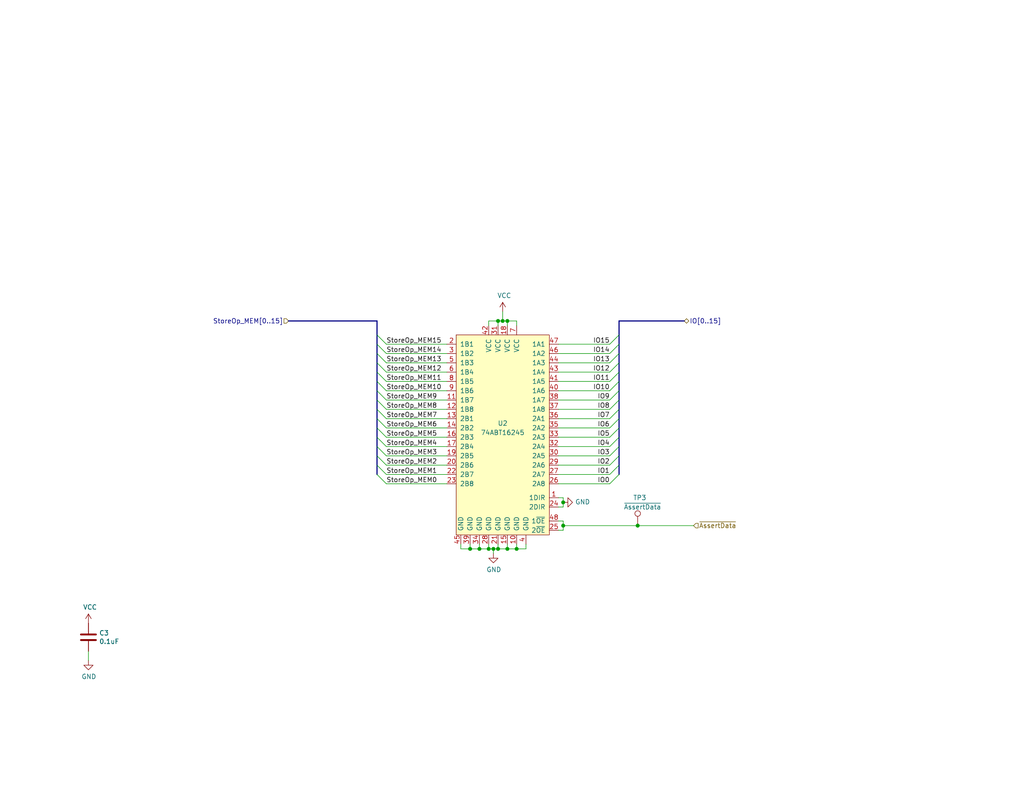
<source format=kicad_sch>
(kicad_sch (version 20250114) (generator "eeschema") (generator_version "9.0")
  (paper "USLetter")
  (title_block (title "MEM: Buffer StoreOp") (date "2023-11-25") (rev "A") (comment 3 "This allows peripheral devices to assert their own value to the bus during a Load.") (comment 4 "The store operand can be disconnected from the system memory bus via tristate outputs."))
  (lib_symbols
    (symbol "Connector:TestPoint" (pin_numbers (hide yes)) (pin_names (offset 0.762) (hide yes))
      (property "Reference" "TP" (at 0 6.858 0))
      (property "Value" "TestPoint" (at 0 5.08 0))
      (symbol "TestPoint_0_1"
        (circle (center 0 3.302) (radius 0.762))
      )
      (symbol "TestPoint_1_1"
        (pin passive line (at 0 0 90) (length 2.54) (name "1") (number "1"))
      )
    )
    (symbol "Device:C" (pin_numbers (hide yes)) (pin_names (offset 0.254))
      (property "Reference" "C" (at 0.635 2.54 0))
      (property "Value" "C" (at 0.635 -2.54 0))
      (symbol "C_0_1"
        (polyline (pts (xy -2.032 0.762) (xy 2.032 0.762)) (stroke (width 0.508)))
        (polyline (pts (xy -2.032 -0.762) (xy 2.032 -0.762)) (stroke (width 0.508)))
      )
      (symbol "C_1_1"
        (pin passive line (at 0 3.81 270) (length 2.794) (name "~") (number "1"))
        (pin passive line (at 0 -3.81 90) (length 2.794) (name "~") (number "2"))
      )
    )
    (symbol "Turtle16:74ABT16245" (pin_names (offset 1.016))
      (property "Reference" "U" (at 0 1.27 0))
      (property "Value" "74ABT16245" (at 0 -1.27 0))
      (symbol "74ABT16245_0_1"
        (rectangle (start -12.7 26.67) (end 12.7 -27.94) (fill (type background)))
      )
      (symbol "74ABT16245_1_1"
        (pin tri_state line (at -15.24 24.13 0) (length 2.54) (name "1A1") (number "47"))
        (pin tri_state line (at -15.24 21.59 0) (length 2.54) (name "1A2") (number "46"))
        (pin tri_state line (at -15.24 19.05 0) (length 2.54) (name "1A3") (number "44"))
        (pin tri_state line (at -15.24 16.51 0) (length 2.54) (name "1A4") (number "43"))
        (pin tri_state line (at -15.24 13.97 0) (length 2.54) (name "1A5") (number "41"))
        (pin tri_state line (at -15.24 11.43 0) (length 2.54) (name "1A6") (number "40"))
        (pin tri_state line (at -15.24 8.89 0) (length 2.54) (name "1A7") (number "38"))
        (pin tri_state line (at -15.24 6.35 0) (length 2.54) (name "1A8") (number "37"))
        (pin tri_state line (at -15.24 3.81 0) (length 2.54) (name "2A1") (number "36"))
        (pin tri_state line (at -15.24 1.27 0) (length 2.54) (name "2A2") (number "35"))
        (pin tri_state line (at -15.24 -1.27 0) (length 2.54) (name "2A3") (number "33"))
        (pin tri_state line (at -15.24 -3.81 0) (length 2.54) (name "2A4") (number "32"))
        (pin tri_state line (at -15.24 -6.35 0) (length 2.54) (name "2A5") (number "30"))
        (pin tri_state line (at -15.24 -8.89 0) (length 2.54) (name "2A6") (number "29"))
        (pin tri_state line (at -15.24 -11.43 0) (length 2.54) (name "2A7") (number "27"))
        (pin tri_state line (at -15.24 -13.97 0) (length 2.54) (name "2A8") (number "26"))
        (pin input line (at -15.24 -17.78 0) (length 2.54) (name "1DIR") (number "1"))
        (pin input line (at -15.24 -20.32 0) (length 2.54) (name "2DIR") (number "24"))
        (pin input line (at -15.24 -24.13 0) (length 2.54) (name "1~{OE}") (number "48"))
        (pin input line (at -15.24 -26.67 0) (length 2.54) (name "2~{OE}") (number "25"))
        (pin power_in line (at -6.35 -30.48 90) (length 2.54) (name "GND") (number "4"))
        (pin power_in line (at -3.81 29.21 270) (length 2.54) (name "VCC") (number "7"))
        (pin power_in line (at -3.81 -30.48 90) (length 2.54) (name "GND") (number "10"))
        (pin power_in line (at -1.27 29.21 270) (length 2.54) (name "VCC") (number "18"))
        (pin power_in line (at -1.27 -30.48 90) (length 2.54) (name "GND") (number "15"))
        (pin power_in line (at 1.27 29.21 270) (length 2.54) (name "VCC") (number "31"))
        (pin power_in line (at 1.27 -30.48 90) (length 2.54) (name "GND") (number "21"))
        (pin power_in line (at 3.81 29.21 270) (length 2.54) (name "VCC") (number "42"))
        (pin power_in line (at 3.81 -30.48 90) (length 2.54) (name "GND") (number "28"))
        (pin power_in line (at 6.35 -30.48 90) (length 2.54) (name "GND") (number "34"))
        (pin power_in line (at 8.89 -30.48 90) (length 2.54) (name "GND") (number "39"))
        (pin power_in line (at 11.43 -30.48 90) (length 2.54) (name "GND") (number "45"))
        (pin tri_state line (at 15.24 24.13 180) (length 2.54) (name "1B1") (number "2"))
        (pin tri_state line (at 15.24 21.59 180) (length 2.54) (name "1B2") (number "3"))
        (pin tri_state line (at 15.24 19.05 180) (length 2.54) (name "1B3") (number "5"))
        (pin tri_state line (at 15.24 16.51 180) (length 2.54) (name "1B4") (number "6"))
        (pin tri_state line (at 15.24 13.97 180) (length 2.54) (name "1B5") (number "8"))
        (pin tri_state line (at 15.24 11.43 180) (length 2.54) (name "1B6") (number "9"))
        (pin tri_state line (at 15.24 8.89 180) (length 2.54) (name "1B7") (number "11"))
        (pin tri_state line (at 15.24 6.35 180) (length 2.54) (name "1B8") (number "12"))
        (pin tri_state line (at 15.24 3.81 180) (length 2.54) (name "2B1") (number "13"))
        (pin tri_state line (at 15.24 1.27 180) (length 2.54) (name "2B2") (number "14"))
        (pin tri_state line (at 15.24 -1.27 180) (length 2.54) (name "2B3") (number "16"))
        (pin tri_state line (at 15.24 -3.81 180) (length 2.54) (name "2B4") (number "17"))
        (pin tri_state line (at 15.24 -6.35 180) (length 2.54) (name "2B5") (number "19"))
        (pin tri_state line (at 15.24 -8.89 180) (length 2.54) (name "2B6") (number "20"))
        (pin tri_state line (at 15.24 -11.43 180) (length 2.54) (name "2B7") (number "22"))
        (pin tri_state line (at 15.24 -13.97 180) (length 2.54) (name "2B8") (number "23"))
      )
    )
    (symbol "power:GND" (power) (pin_names (offset 0))
      (property "Value" "GND" (at 0 -3.81 0))
      (symbol "GND_0_1"
        (polyline (pts (xy 0 0) (xy 0 -1.27) (xy 1.27 -1.27) (xy 0 -2.54) (xy -1.27 -1.27) (xy 0 -1.27)))
      )
      (symbol "GND_1_1"
        (pin power_in line (at 0 0 270) (length 0) (hide yes) (name "GND") (number "1"))
      )
    )
    (symbol "power:VCC" (power) (pin_names (offset 0))
      (property "Value" "VCC" (at 0 3.81 0))
      (symbol "VCC_0_1"
        (polyline (pts (xy -0.762 1.27) (xy 0 2.54)))
        (polyline (pts (xy 0 2.54) (xy 0.762 1.27)))
        (polyline (pts (xy 0 0) (xy 0 2.54)))
      )
      (symbol "VCC_1_1"
        (pin power_in line (at 0 0 90) (length 0) (hide yes) (name "VCC") (number "1"))
      )
    )
  )
  (junction (at 153.67 143.51))
  (junction (at 135.89 87.63))
  (junction (at 173.99 143.51))
  (junction (at 133.35 149.86))
  (junction (at 134.62 149.86))
  (junction (at 153.67 137.16))
  (junction (at 138.43 149.86))
  (junction (at 138.43 87.63))
  (junction (at 140.97 149.86))
  (junction (at 130.81 149.86))
  (junction (at 135.89 149.86))
  (junction (at 137.16 87.63))
  (junction (at 128.27 149.86))
  (bus_entry (at 105.41 111.76) (size -2.54 -2.54))
  (bus_entry (at 105.41 99.06) (size -2.54 -2.54))
  (bus_entry (at 166.37 111.76) (size 2.54 -2.54))
  (bus_entry (at 105.41 106.68) (size -2.54 -2.54))
  (bus_entry (at 166.37 116.84) (size 2.54 -2.54))
  (bus_entry (at 166.37 96.52) (size 2.54 -2.54))
  (bus_entry (at 105.41 114.3) (size -2.54 -2.54))
  (bus_entry (at 105.41 119.38) (size -2.54 -2.54))
  (bus_entry (at 166.37 121.92) (size 2.54 -2.54))
  (bus_entry (at 105.41 116.84) (size -2.54 -2.54))
  (bus_entry (at 166.37 106.68) (size 2.54 -2.54))
  (bus_entry (at 166.37 104.14) (size 2.54 -2.54))
  (bus_entry (at 105.41 121.92) (size -2.54 -2.54))
  (bus_entry (at 166.37 101.6) (size 2.54 -2.54))
  (bus_entry (at 166.37 132.08) (size 2.54 -2.54))
  (bus_entry (at 166.37 93.98) (size 2.54 -2.54))
  (bus_entry (at 166.37 114.3) (size 2.54 -2.54))
  (bus_entry (at 166.37 124.46) (size 2.54 -2.54))
  (bus_entry (at 105.41 101.6) (size -2.54 -2.54))
  (bus_entry (at 105.41 129.54) (size -2.54 -2.54))
  (bus_entry (at 166.37 119.38) (size 2.54 -2.54))
  (bus_entry (at 166.37 127) (size 2.54 -2.54))
  (bus_entry (at 105.41 124.46) (size -2.54 -2.54))
  (bus_entry (at 105.41 127) (size -2.54 -2.54))
  (bus_entry (at 105.41 93.98) (size -2.54 -2.54))
  (bus_entry (at 105.41 104.14) (size -2.54 -2.54))
  (bus_entry (at 105.41 132.08) (size -2.54 -2.54))
  (bus_entry (at 166.37 99.06) (size 2.54 -2.54))
  (bus_entry (at 105.41 96.52) (size -2.54 -2.54))
  (bus_entry (at 105.41 109.22) (size -2.54 -2.54))
  (bus_entry (at 166.37 129.54) (size 2.54 -2.54))
  (bus_entry (at 166.37 109.22) (size 2.54 -2.54))
  (wire (pts (xy 105.41 111.76) (xy 121.92 111.76)))
  (wire (pts (xy 135.89 148.59) (xy 135.89 149.86)))
  (wire (pts (xy 135.89 87.63) (xy 137.16 87.63)))
  (bus (pts (xy 168.91 109.22) (xy 168.91 111.76)))
  (wire (pts (xy 125.73 148.59) (xy 125.73 149.86)))
  (wire (pts (xy 166.37 101.6) (xy 152.4 101.6)))
  (wire (pts (xy 153.67 143.51) (xy 153.67 144.78)))
  (wire (pts (xy 166.37 109.22) (xy 152.4 109.22)))
  (wire (pts (xy 166.37 119.38) (xy 152.4 119.38)))
  (wire (pts (xy 153.67 142.24) (xy 153.67 143.51)))
  (wire (pts (xy 137.16 87.63) (xy 137.16 85.09)))
  (wire (pts (xy 152.4 135.89) (xy 153.67 135.89)))
  (wire (pts (xy 143.51 149.86) (xy 143.51 148.59)))
  (bus (pts (xy 168.91 127) (xy 168.91 129.54)))
  (wire (pts (xy 105.41 124.46) (xy 121.92 124.46)))
  (wire (pts (xy 105.41 101.6) (xy 121.92 101.6)))
  (wire (pts (xy 105.41 106.68) (xy 121.92 106.68)))
  (wire (pts (xy 138.43 149.86) (xy 140.97 149.86)))
  (wire (pts (xy 135.89 88.9) (xy 135.89 87.63)))
  (wire (pts (xy 105.41 132.08) (xy 121.92 132.08)))
  (wire (pts (xy 134.62 149.86) (xy 134.62 151.13)))
  (wire (pts (xy 153.67 143.51) (xy 173.99 143.51)))
  (wire (pts (xy 105.41 129.54) (xy 121.92 129.54)))
  (bus (pts (xy 102.87 87.63) (xy 78.74 87.63)))
  (bus (pts (xy 168.91 101.6) (xy 168.91 104.14)))
  (wire (pts (xy 140.97 148.59) (xy 140.97 149.86)))
  (wire (pts (xy 166.37 127) (xy 152.4 127)))
  (wire (pts (xy 166.37 116.84) (xy 152.4 116.84)))
  (bus (pts (xy 168.91 124.46) (xy 168.91 127)))
  (wire (pts (xy 134.62 149.86) (xy 135.89 149.86)))
  (bus (pts (xy 102.87 96.52) (xy 102.87 99.06)))
  (wire (pts (xy 166.37 114.3) (xy 152.4 114.3)))
  (wire (pts (xy 128.27 149.86) (xy 130.81 149.86)))
  (bus (pts (xy 102.87 124.46) (xy 102.87 127)))
  (wire (pts (xy 130.81 148.59) (xy 130.81 149.86)))
  (wire (pts (xy 153.67 144.78) (xy 152.4 144.78)))
  (bus (pts (xy 102.87 114.3) (xy 102.87 116.84)))
  (bus (pts (xy 102.87 119.38) (xy 102.87 121.92)))
  (bus (pts (xy 102.87 104.14) (xy 102.87 106.68)))
  (bus (pts (xy 168.91 104.14) (xy 168.91 106.68)))
  (bus (pts (xy 102.87 91.44) (xy 102.87 93.98)))
  (wire (pts (xy 153.67 138.43) (xy 152.4 138.43)))
  (bus (pts (xy 168.91 116.84) (xy 168.91 119.38)))
  (bus (pts (xy 102.87 99.06) (xy 102.87 101.6)))
  (bus (pts (xy 102.87 116.84) (xy 102.87 119.38)))
  (bus (pts (xy 168.91 106.68) (xy 168.91 109.22)))
  (wire (pts (xy 105.41 119.38) (xy 121.92 119.38)))
  (bus (pts (xy 168.91 87.63) (xy 168.91 91.44)))
  (wire (pts (xy 105.41 116.84) (xy 121.92 116.84)))
  (wire (pts (xy 166.37 99.06) (xy 152.4 99.06)))
  (wire (pts (xy 105.41 104.14) (xy 121.92 104.14)))
  (wire (pts (xy 153.67 137.16) (xy 153.67 138.43)))
  (bus (pts (xy 168.91 96.52) (xy 168.91 99.06)))
  (wire (pts (xy 105.41 93.98) (xy 121.92 93.98)))
  (wire (pts (xy 166.37 93.98) (xy 152.4 93.98)))
  (wire (pts (xy 133.35 87.63) (xy 135.89 87.63)))
  (bus (pts (xy 102.87 109.22) (xy 102.87 111.76)))
  (wire (pts (xy 105.41 96.52) (xy 121.92 96.52)))
  (bus (pts (xy 102.87 111.76) (xy 102.87 114.3)))
  (wire (pts (xy 138.43 87.63) (xy 140.97 87.63)))
  (bus (pts (xy 102.87 121.92) (xy 102.87 124.46)))
  (bus (pts (xy 168.91 93.98) (xy 168.91 96.52)))
  (bus (pts (xy 168.91 121.92) (xy 168.91 124.46)))
  (bus (pts (xy 102.87 101.6) (xy 102.87 104.14)))
  (wire (pts (xy 105.41 99.06) (xy 121.92 99.06)))
  (wire (pts (xy 133.35 149.86) (xy 134.62 149.86)))
  (wire (pts (xy 105.41 127) (xy 121.92 127)))
  (wire (pts (xy 133.35 148.59) (xy 133.35 149.86)))
  (wire (pts (xy 166.37 104.14) (xy 152.4 104.14)))
  (bus (pts (xy 168.91 87.63) (xy 186.69 87.63)))
  (wire (pts (xy 166.37 96.52) (xy 152.4 96.52)))
  (wire (pts (xy 138.43 87.63) (xy 138.43 88.9)))
  (wire (pts (xy 166.37 132.08) (xy 152.4 132.08)))
  (bus (pts (xy 102.87 87.63) (xy 102.87 91.44)))
  (bus (pts (xy 102.87 106.68) (xy 102.87 109.22)))
  (bus (pts (xy 168.91 91.44) (xy 168.91 93.98)))
  (wire (pts (xy 166.37 106.68) (xy 152.4 106.68)))
  (wire (pts (xy 133.35 88.9) (xy 133.35 87.63)))
  (wire (pts (xy 125.73 149.86) (xy 128.27 149.86)))
  (wire (pts (xy 140.97 149.86) (xy 143.51 149.86)))
  (bus (pts (xy 168.91 119.38) (xy 168.91 121.92)))
  (wire (pts (xy 166.37 121.92) (xy 152.4 121.92)))
  (wire (pts (xy 128.27 148.59) (xy 128.27 149.86)))
  (wire (pts (xy 138.43 148.59) (xy 138.43 149.86)))
  (wire (pts (xy 137.16 87.63) (xy 138.43 87.63)))
  (bus (pts (xy 102.87 127) (xy 102.87 129.54)))
  (wire (pts (xy 24.13 180.34) (xy 24.13 177.8)))
  (wire (pts (xy 105.41 114.3) (xy 121.92 114.3)))
  (bus (pts (xy 102.87 93.98) (xy 102.87 96.52)))
  (bus (pts (xy 168.91 114.3) (xy 168.91 116.84)))
  (wire (pts (xy 166.37 124.46) (xy 152.4 124.46)))
  (wire (pts (xy 153.67 135.89) (xy 153.67 137.16)))
  (wire (pts (xy 173.99 143.51) (xy 189.23 143.51)))
  (wire (pts (xy 166.37 129.54) (xy 152.4 129.54)))
  (wire (pts (xy 130.81 149.86) (xy 133.35 149.86)))
  (wire (pts (xy 140.97 87.63) (xy 140.97 88.9)))
  (bus (pts (xy 168.91 111.76) (xy 168.91 114.3)))
  (wire (pts (xy 152.4 142.24) (xy 153.67 142.24)))
  (bus (pts (xy 168.91 99.06) (xy 168.91 101.6)))
  (wire (pts (xy 105.41 121.92) (xy 121.92 121.92)))
  (wire (pts (xy 166.37 111.76) (xy 152.4 111.76)))
  (wire (pts (xy 105.41 109.22) (xy 121.92 109.22)))
  (wire (pts (xy 135.89 149.86) (xy 138.43 149.86)))
  (label "StoreOp_MEM9" (at 105.41 109.22 0))
  (label "IO0" (at 166.37 132.08 180))
  (label "StoreOp_MEM7" (at 105.41 114.3 0))
  (label "StoreOp_MEM11" (at 105.41 104.14 0))
  (label "StoreOp_MEM1" (at 105.41 129.54 0))
  (label "StoreOp_MEM10" (at 105.41 106.68 0))
  (label "IO15" (at 166.37 93.98 180))
  (label "IO13" (at 166.37 99.06 180))
  (label "IO8" (at 166.37 111.76 180))
  (label "IO12" (at 166.37 101.6 180))
  (label "StoreOp_MEM12" (at 105.41 101.6 0))
  (label "IO4" (at 166.37 121.92 180))
  (label "StoreOp_MEM15" (at 105.41 93.98 0))
  (label "StoreOp_MEM4" (at 105.41 121.92 0))
  (label "IO6" (at 166.37 116.84 180))
  (label "StoreOp_MEM8" (at 105.41 111.76 0))
  (label "IO2" (at 166.37 127 180))
  (label "StoreOp_MEM13" (at 105.41 99.06 0))
  (label "StoreOp_MEM3" (at 105.41 124.46 0))
  (label "IO1" (at 166.37 129.54 180))
  (label "StoreOp_MEM2" (at 105.41 127 0))
  (label "StoreOp_MEM0" (at 105.41 132.08 0))
  (label "IO5" (at 166.37 119.38 180))
  (label "IO7" (at 166.37 114.3 180))
  (label "IO14" (at 166.37 96.52 180))
  (label "StoreOp_MEM14" (at 105.41 96.52 0))
  (label "IO10" (at 166.37 106.68 180))
  (label "StoreOp_MEM5" (at 105.41 119.38 0))
  (label "IO11" (at 166.37 104.14 180))
  (label "IO9" (at 166.37 109.22 180))
  (label "IO3" (at 166.37 124.46 180))
  (label "StoreOp_MEM6" (at 105.41 116.84 0))
  (hierarchical_label "StoreOp_MEM[0..15]" (shape input) (at 78.74 87.63 180))
  (hierarchical_label "~{AssertData}" (shape input) (at 189.23 143.51 0))
  (hierarchical_label "IO[0..15]" (shape tri_state) (at 186.69 87.63 0))
  (symbol (lib_id "Device:C") (at 24.13 173.99 0) (unit 1)
    (property "Reference" "C3" (at 27.051 172.8216 0) (effects (justify left)))
    (property "Value" "0.1uF" (at 27.051 175.133 0) (effects (justify left)))
    (property "Footprint" "Capacitor_SMD:C_0603_1608Metric" (effects (hide yes)))
    (property "Datasheet" "https://www.mouser.com/datasheet/2/396/taiyo_yuden_12132018_mlcc11_hq_e-1510082.pdf" (effects (hide yes)))
    (property "Manufacturer" "Taiyo Yuden" (effects (hide yes)))
    (property "Manufacturer#" "EMK107B7104KAHT" (effects (hide yes)))
    (property "Mouser#" "963-EMK107B7104KAHT" (effects (hide yes)))
    (property "Digikey#" "587-6004-1-ND" (effects (hide yes)))
  )
  (symbol (lib_id "power:VCC") (at 24.13 170.18 0) (unit 1)
    (property "Reference" "#PWR018" (effects (hide yes)))
    (property "Value" "VCC" (at 24.5618 165.7858 0))
  )
  (symbol (lib_id "power:GND") (at 24.13 180.34 0) (unit 1)
    (property "Reference" "#PWR019" (effects (hide yes)))
    (property "Value" "GND" (at 24.257 184.7342 0))
  )
  (symbol (lib_id "power:GND") (at 134.62 151.13 0) (unit 1)
    (property "Reference" "#PWR020" (effects (hide yes)))
    (property "Value" "GND" (at 134.747 155.5242 0))
  )
  (symbol (lib_id "power:VCC") (at 137.16 85.09 0) (unit 1)
    (property "Reference" "#PWR021" (effects (hide yes)))
    (property "Value" "VCC" (at 137.5918 80.6958 0))
  )
  (symbol (lib_id "Turtle16:74ABT16245") (at 137.16 118.11 0) (mirror y) (unit 1)
    (property "Reference" "U2" (at 137.16 115.57 0))
    (property "Value" "74ABT16245" (at 137.16 118.11 0))
    (property "Footprint" "Package_SO:TSSOP-48_6.1x12.5mm_P0.5mm" (effects (hide yes)))
    (property "Datasheet" "https://www.ti.com/general/docs/suppproductinfo.tsp?distId=26&gotoUrl=https://www.ti.com/lit/gpn/sn74abth16245" (effects (hide yes)))
    (property "Manufacturer" "Texas Instruments" (effects (hide yes)))
    (property "Manufacturer#" "SN74ABTH16245DGGR" (effects (hide yes)))
    (property "Mouser#" "595-SNABTH16245DGGR" (effects (hide yes)))
    (property "Digikey#" "296-4124-1-ND" (effects (hide yes)))
  )
  (symbol (lib_id "power:GND") (at 153.67 137.16 90) (unit 1)
    (property "Reference" "#PWR022" (effects (hide yes)))
    (property "Value" "GND" (at 156.9212 137.033 90) (effects (justify right)))
  )
  (symbol (lib_id "Connector:TestPoint") (at 173.99 143.51 0) (unit 1) (in_bom no)
    (property "Reference" "TP3" (at 172.72 135.89 0) (effects (justify left)))
    (property "Value" "~{AssertData}" (at 170.18 138.43 0) (effects (justify left)))
    (property "Footprint" "TestPoint:TestPoint_Pad_D1.0mm" (effects (hide yes)))
  )
)
</source>
